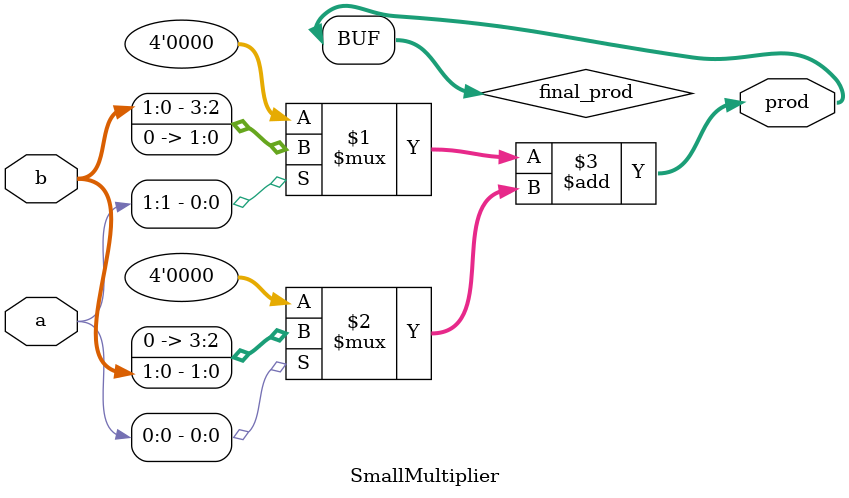
<source format=sv>
module SmallMultiplier(
    input [1:0] a, b,
    output reg [3:0] prod
);

    wire [3:0] final_prod;
    
    // Optimized multiplication using direct bit manipulation
    assign final_prod = (a[1] ? {b, 2'b00} : 4'b0000) + 
                       (a[0] ? {2'b00, b} : 4'b0000);

    // Register output
    always @(*) begin
        prod = final_prod;
    end

endmodule
</source>
